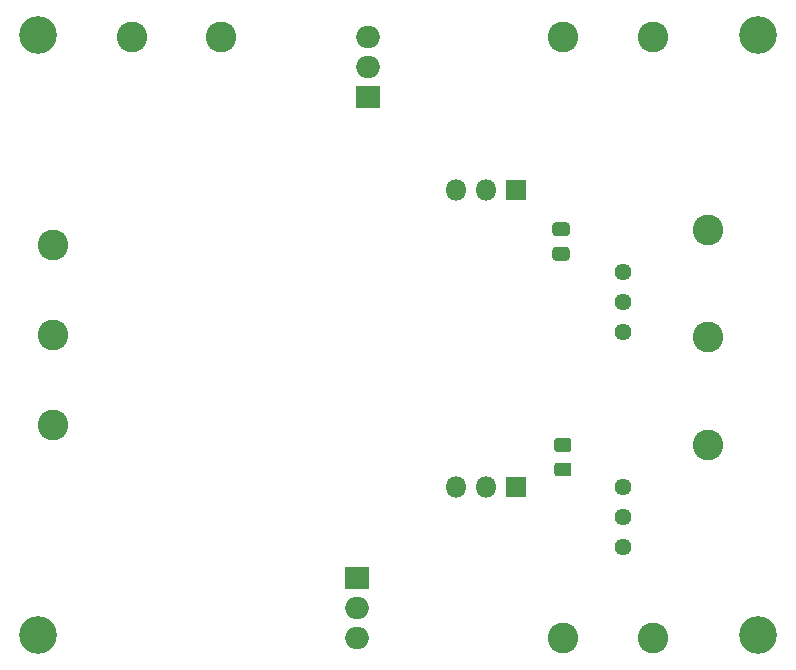
<source format=gbr>
G04 #@! TF.GenerationSoftware,KiCad,Pcbnew,(5.1.7-0-10_14)*
G04 #@! TF.CreationDate,2020-11-09T14:54:09+01:00*
G04 #@! TF.ProjectId,lv-lownoise-psu,6c762d6c-6f77-46e6-9f69-73652d707375,rev?*
G04 #@! TF.SameCoordinates,Original*
G04 #@! TF.FileFunction,Soldermask,Bot*
G04 #@! TF.FilePolarity,Negative*
%FSLAX46Y46*%
G04 Gerber Fmt 4.6, Leading zero omitted, Abs format (unit mm)*
G04 Created by KiCad (PCBNEW (5.1.7-0-10_14)) date 2020-11-09 14:54:09*
%MOMM*%
%LPD*%
G01*
G04 APERTURE LIST*
%ADD10O,2.000000X1.905000*%
%ADD11R,2.000000X1.905000*%
%ADD12C,2.600000*%
%ADD13O,1.800000X1.800000*%
%ADD14R,1.800000X1.800000*%
%ADD15C,1.440000*%
%ADD16C,3.200000*%
G04 APERTURE END LIST*
D10*
X112141000Y-87884000D03*
X112141000Y-85344000D03*
D11*
X112141000Y-82804000D03*
D12*
X129540000Y-87884000D03*
X137160000Y-87884000D03*
X93091000Y-36957000D03*
X100584000Y-36957000D03*
D10*
X113030000Y-36957000D03*
X113030000Y-39497000D03*
D11*
X113030000Y-42037000D03*
D12*
X137160000Y-36957000D03*
X129540000Y-36957000D03*
D13*
X120459500Y-75120500D03*
X122999500Y-75120500D03*
D14*
X125539500Y-75120500D03*
D13*
X120523000Y-49974500D03*
X123063000Y-49974500D03*
D14*
X125603000Y-49974500D03*
D15*
X134670800Y-80137000D03*
X134670800Y-77597000D03*
X134670800Y-75057000D03*
X134620000Y-61976000D03*
X134620000Y-59436000D03*
X134620000Y-56896000D03*
D12*
X141859000Y-71501000D03*
X141859000Y-62357000D03*
X141859000Y-53340000D03*
X86360000Y-54610000D03*
X86360000Y-62230000D03*
X86360000Y-69850000D03*
D16*
X146050000Y-36830000D03*
X146050000Y-87630000D03*
X85090000Y-87630000D03*
X85090000Y-36830000D03*
G36*
G01*
X130015000Y-72117800D02*
X129065000Y-72117800D01*
G75*
G02*
X128815000Y-71867800I0J250000D01*
G01*
X128815000Y-71192800D01*
G75*
G02*
X129065000Y-70942800I250000J0D01*
G01*
X130015000Y-70942800D01*
G75*
G02*
X130265000Y-71192800I0J-250000D01*
G01*
X130265000Y-71867800D01*
G75*
G02*
X130015000Y-72117800I-250000J0D01*
G01*
G37*
G36*
G01*
X130015000Y-74192800D02*
X129065000Y-74192800D01*
G75*
G02*
X128815000Y-73942800I0J250000D01*
G01*
X128815000Y-73267800D01*
G75*
G02*
X129065000Y-73017800I250000J0D01*
G01*
X130015000Y-73017800D01*
G75*
G02*
X130265000Y-73267800I0J-250000D01*
G01*
X130265000Y-73942800D01*
G75*
G02*
X130015000Y-74192800I-250000J0D01*
G01*
G37*
G36*
G01*
X128912600Y-54755200D02*
X129862600Y-54755200D01*
G75*
G02*
X130112600Y-55005200I0J-250000D01*
G01*
X130112600Y-55680200D01*
G75*
G02*
X129862600Y-55930200I-250000J0D01*
G01*
X128912600Y-55930200D01*
G75*
G02*
X128662600Y-55680200I0J250000D01*
G01*
X128662600Y-55005200D01*
G75*
G02*
X128912600Y-54755200I250000J0D01*
G01*
G37*
G36*
G01*
X128912600Y-52680200D02*
X129862600Y-52680200D01*
G75*
G02*
X130112600Y-52930200I0J-250000D01*
G01*
X130112600Y-53605200D01*
G75*
G02*
X129862600Y-53855200I-250000J0D01*
G01*
X128912600Y-53855200D01*
G75*
G02*
X128662600Y-53605200I0J250000D01*
G01*
X128662600Y-52930200D01*
G75*
G02*
X128912600Y-52680200I250000J0D01*
G01*
G37*
M02*

</source>
